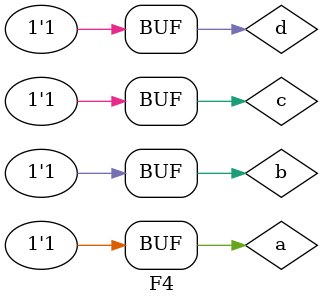
<source format=v>
`timescale 1ns / 1ps


module F1();
reg A;
reg B;
wire F1;

    wire ab;
    and_gate and_gate1(A,B,ab);
    or_gate or_gate1(A,ab,F1);


initial begin
A=0;    B=0;    #250;
A=0;    B=1;    #250;
A=1;    B=0;    #250;
A=1;    B=1;    #250;
end
endmodule

module F2( );
reg A;
reg B;
wire F2;
    wire a_b;
    wire bNot;
    wire a_bNot;
    or_gate or_gate1(A,B,a_b);
    not_gate not_gate1(B,bNot);
    or_gate or_gate2(A,bNot,a_bNot);
    and_gate and_gate(a_b,a_bNot,F2);
initial begin
A=0;    B=0;    #250;
A=0;    B=1;    #250;
A=1;    B=0;    #250;
A=1;    B=1;    #250;
end
endmodule

module F1_dual( );
    reg A;
    reg B;
    wire F1_dual;
    wire a_b;
    or_gate or1(A,B,a_b);
    and_gate and1(A,a_b,F1_dual);
initial begin
A=0;    B=0;    #250;
A=0;    B=1;    #250;
A=1;    B=0;    #250;
A=1;    B=1;    #250;
end
endmodule
module F3_prime( );
    reg A;
    reg B;
    reg C;
    wire F3_comp;
    wire aNot;
    wire bNot;
    wire aNot_bNot;
    wire cNot;
    wire a_cNot;
    not_gate not1(A,aNot);
    not_gate not2(B,bNot);
    not_gate not3(C,cNot);
    or_gate or1(aNot,bNot,aNot_bNot);
    or_gate or2(A,cNot,a_cNot);
    and_gate and1(a_cNot,aNot_bNot,F3_comp);
initial begin
        A=0;    B=0;    C=0;    #125;
        A=0;    B=0;    C=1;    #125;
        A=0;    B=1;    C=0;    #125;
        A=1;    B=0;    C=0;    #125;
        A=0;    B=1;    C=1;    #125;  
        A=1;    B=0;    C=1;    #125;
        A=1;    B=1;    C=0;    #125;
        A=1;    B=1;    C=1;    #125;
       
    end
endmodule

module F4();
reg a;
reg b;
reg c;
reg d;

wire F4;
    wire cNot;
    wire dNot;
    wire cNot_D;
    wire C_dNot;
    not_gate not1(c,cNot);
    not_gate not2(d,dNot);
    and_gate and1(c,dNot,C_dNot);
    and_gate and2(d,cNot,D_cNot);
    or_gate or1(D_cNot,C_dNot,F4);
initial begin
        a=0;    b=0;    c=0;    d=0;    #50;
        a=0;    b=0;    c=0;    d=1;    #50;
        a=0;    b=0;    c=1;    d=0;    #50;
        a=0;    b=1;    c=0;    d=0;    #50;
        a=1;    b=0;    c=0;    d=0;    #50;
        a=0;    b=0;    c=1;    d=1;    #50; 
        a=0;    b=1;    c=1;    d=0;    #50;  
        a=1;    b=0;    c=1;    d=0;    #50;
        a=1;    b=1;    c=0;    d=0;    #50;
        a=1;    b=0;    c=0;    d=1;    #50;
        a=0;    b=1;    c=0;    d=1;    #50;
        a=0;    b=1;    c=1;    d=1;    #50;
        a=1;    b=0;    c=1;    d=1;    #50;
        a=1;    b=1;    c=0;    d=1;    #50;
        a=1;    b=1;    c=1;    d=0;    #50;
        a=1;    b=1;    c=1;    d=1;    #50;
       
    end
endmodule

</source>
